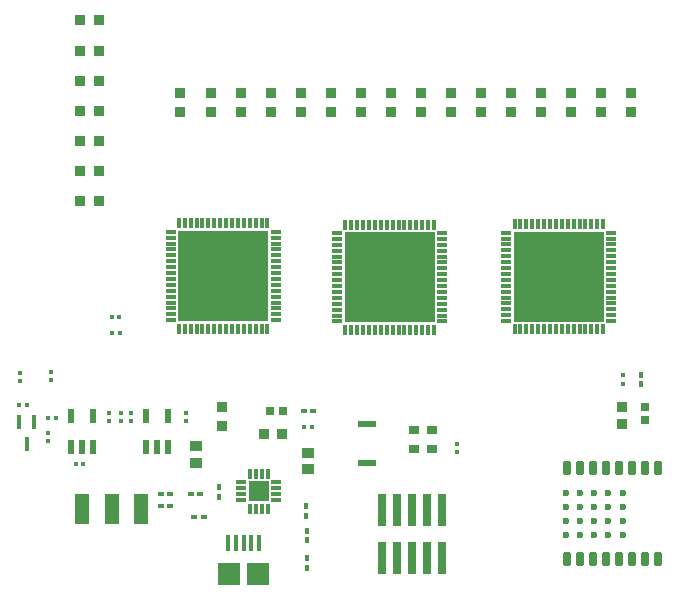
<source format=gbr>
G04 EAGLE Gerber RS-274X export*
G75*
%MOMM*%
%FSLAX34Y34*%
%LPD*%
%INSolderpaste Top*%
%IPPOS*%
%AMOC8*
5,1,8,0,0,1.08239X$1,22.5*%
G01*
%ADD10R,0.420000X0.460000*%
%ADD11R,0.460000X0.420000*%
%ADD12R,1.020000X0.870000*%
%ADD13R,0.300000X0.850000*%
%ADD14R,0.850000X0.300000*%
%ADD15R,7.700000X7.700000*%
%ADD16R,0.740000X2.795000*%
%ADD17R,0.700000X0.700000*%
%ADD18R,0.950000X0.950000*%
%ADD19R,0.950000X0.900000*%
%ADD20R,0.900000X0.950000*%
%ADD21R,0.400000X0.625000*%
%ADD22R,0.420000X0.440000*%
%ADD23R,1.500000X0.550000*%
%ADD24C,0.345000*%
%ADD25C,0.600000*%
%ADD26R,0.558800X1.270000*%
%ADD27R,0.812800X0.304800*%
%ADD28R,0.304800X0.812800*%
%ADD29R,1.701800X1.701800*%
%ADD30R,0.440000X0.420000*%
%ADD31R,0.625000X0.400000*%
%ADD32R,1.200000X2.500000*%
%ADD33R,0.400000X1.350000*%
%ADD34R,1.900000X1.900000*%
%ADD35R,0.850000X0.650000*%
%ADD36R,0.400000X1.200000*%


D10*
X-201930Y132336D03*
X-201930Y138936D03*
D11*
X-518416Y122174D03*
X-525016Y122174D03*
D10*
X-478028Y159006D03*
X-478028Y165606D03*
D12*
X-328422Y131768D03*
X-328422Y118168D03*
X-423418Y137102D03*
X-423418Y123502D03*
D10*
X-496316Y165606D03*
X-496316Y159006D03*
D11*
X-541784Y161036D03*
X-548384Y161036D03*
D13*
X-437550Y236932D03*
X-432550Y236932D03*
X-427550Y236932D03*
X-422550Y236932D03*
X-417550Y236932D03*
X-412550Y236932D03*
X-407550Y236932D03*
X-402550Y236932D03*
X-397550Y236932D03*
X-392550Y236932D03*
X-387550Y236932D03*
X-382550Y236932D03*
X-377550Y236932D03*
X-372550Y236932D03*
X-367550Y236932D03*
X-362550Y236932D03*
D14*
X-355550Y243932D03*
X-355550Y248932D03*
X-355550Y253932D03*
X-355550Y258932D03*
X-355550Y263932D03*
X-355550Y268932D03*
X-355550Y273932D03*
X-355550Y278932D03*
X-355550Y283932D03*
X-355550Y288932D03*
X-355550Y293932D03*
X-355550Y298932D03*
X-355550Y303932D03*
X-355550Y308932D03*
X-355550Y313932D03*
X-355550Y318932D03*
D13*
X-362550Y325932D03*
X-367550Y325932D03*
X-372550Y325932D03*
X-377550Y325932D03*
X-382550Y325932D03*
X-387550Y325932D03*
X-392550Y325932D03*
X-397550Y325932D03*
X-402550Y325932D03*
X-407550Y325932D03*
X-412550Y325932D03*
X-417550Y325932D03*
X-422550Y325932D03*
X-427550Y325932D03*
X-432550Y325932D03*
X-437550Y325932D03*
D14*
X-444550Y318932D03*
X-444550Y313932D03*
X-444550Y308932D03*
X-444550Y303932D03*
X-444550Y298932D03*
X-444550Y293932D03*
X-444550Y288932D03*
X-444550Y283932D03*
X-444550Y278932D03*
X-444550Y273932D03*
X-444550Y268932D03*
X-444550Y263932D03*
X-444550Y258932D03*
X-444550Y253932D03*
X-444550Y248932D03*
X-444550Y243932D03*
D15*
X-400050Y281432D03*
D13*
X-153324Y236170D03*
X-148324Y236170D03*
X-143324Y236170D03*
X-138324Y236170D03*
X-133324Y236170D03*
X-128324Y236170D03*
X-123324Y236170D03*
X-118324Y236170D03*
X-113324Y236170D03*
X-108324Y236170D03*
X-103324Y236170D03*
X-98324Y236170D03*
X-93324Y236170D03*
X-88324Y236170D03*
X-83324Y236170D03*
X-78324Y236170D03*
D14*
X-71324Y243170D03*
X-71324Y248170D03*
X-71324Y253170D03*
X-71324Y258170D03*
X-71324Y263170D03*
X-71324Y268170D03*
X-71324Y273170D03*
X-71324Y278170D03*
X-71324Y283170D03*
X-71324Y288170D03*
X-71324Y293170D03*
X-71324Y298170D03*
X-71324Y303170D03*
X-71324Y308170D03*
X-71324Y313170D03*
X-71324Y318170D03*
D13*
X-78324Y325170D03*
X-83324Y325170D03*
X-88324Y325170D03*
X-93324Y325170D03*
X-98324Y325170D03*
X-103324Y325170D03*
X-108324Y325170D03*
X-113324Y325170D03*
X-118324Y325170D03*
X-123324Y325170D03*
X-128324Y325170D03*
X-133324Y325170D03*
X-138324Y325170D03*
X-143324Y325170D03*
X-148324Y325170D03*
X-153324Y325170D03*
D14*
X-160324Y318170D03*
X-160324Y313170D03*
X-160324Y308170D03*
X-160324Y303170D03*
X-160324Y298170D03*
X-160324Y293170D03*
X-160324Y288170D03*
X-160324Y283170D03*
X-160324Y278170D03*
X-160324Y273170D03*
X-160324Y268170D03*
X-160324Y263170D03*
X-160324Y258170D03*
X-160324Y253170D03*
X-160324Y248170D03*
X-160324Y243170D03*
D15*
X-115824Y280670D03*
D13*
X-296580Y235916D03*
X-291580Y235916D03*
X-286580Y235916D03*
X-281580Y235916D03*
X-276580Y235916D03*
X-271580Y235916D03*
X-266580Y235916D03*
X-261580Y235916D03*
X-256580Y235916D03*
X-251580Y235916D03*
X-246580Y235916D03*
X-241580Y235916D03*
X-236580Y235916D03*
X-231580Y235916D03*
X-226580Y235916D03*
X-221580Y235916D03*
D14*
X-214580Y242916D03*
X-214580Y247916D03*
X-214580Y252916D03*
X-214580Y257916D03*
X-214580Y262916D03*
X-214580Y267916D03*
X-214580Y272916D03*
X-214580Y277916D03*
X-214580Y282916D03*
X-214580Y287916D03*
X-214580Y292916D03*
X-214580Y297916D03*
X-214580Y302916D03*
X-214580Y307916D03*
X-214580Y312916D03*
X-214580Y317916D03*
D13*
X-221580Y324916D03*
X-226580Y324916D03*
X-231580Y324916D03*
X-236580Y324916D03*
X-241580Y324916D03*
X-246580Y324916D03*
X-251580Y324916D03*
X-256580Y324916D03*
X-261580Y324916D03*
X-266580Y324916D03*
X-271580Y324916D03*
X-276580Y324916D03*
X-281580Y324916D03*
X-286580Y324916D03*
X-291580Y324916D03*
X-296580Y324916D03*
D14*
X-303580Y317916D03*
X-303580Y312916D03*
X-303580Y307916D03*
X-303580Y302916D03*
X-303580Y297916D03*
X-303580Y292916D03*
X-303580Y287916D03*
X-303580Y282916D03*
X-303580Y277916D03*
X-303580Y272916D03*
X-303580Y267916D03*
X-303580Y262916D03*
X-303580Y257916D03*
X-303580Y252916D03*
X-303580Y247916D03*
X-303580Y242916D03*
D15*
X-259080Y280416D03*
D16*
X-214376Y83063D03*
X-214376Y42413D03*
X-227076Y83063D03*
X-227076Y42413D03*
X-239776Y83063D03*
X-239776Y42413D03*
X-252476Y83063D03*
X-252476Y42413D03*
X-265176Y83063D03*
X-265176Y42413D03*
D17*
X-42672Y159092D03*
X-42672Y170092D03*
D18*
X-61976Y155822D03*
X-61976Y170822D03*
D19*
X-54610Y436498D03*
X-54610Y420498D03*
X-80010Y436498D03*
X-80010Y420498D03*
X-105410Y436498D03*
X-105410Y420498D03*
X-130810Y436498D03*
X-130810Y420498D03*
X-156210Y436498D03*
X-156210Y420498D03*
X-181610Y436498D03*
X-181610Y420498D03*
X-207010Y436498D03*
X-207010Y420498D03*
X-232410Y436498D03*
X-232410Y420498D03*
X-257810Y436498D03*
X-257810Y420498D03*
X-283210Y436498D03*
X-283210Y420498D03*
X-308610Y436498D03*
X-308610Y420498D03*
X-334010Y436498D03*
X-334010Y420498D03*
X-359410Y436498D03*
X-359410Y420498D03*
X-384810Y436498D03*
X-384810Y420498D03*
X-410210Y436498D03*
X-410210Y420498D03*
X-436626Y436498D03*
X-436626Y420498D03*
D20*
X-521334Y498094D03*
X-505334Y498094D03*
X-521334Y471678D03*
X-505334Y471678D03*
X-521334Y446278D03*
X-505334Y446278D03*
X-521334Y420878D03*
X-505334Y420878D03*
X-521334Y395478D03*
X-505334Y395478D03*
X-521334Y370078D03*
X-505334Y370078D03*
X-521334Y344678D03*
X-505334Y344678D03*
D21*
X-328930Y42474D03*
X-328930Y34234D03*
X-329184Y65842D03*
X-329184Y57602D03*
D22*
X-61722Y190402D03*
X-61722Y197202D03*
D21*
X-46228Y189682D03*
X-46228Y197922D03*
D23*
X-278130Y155950D03*
X-278130Y123450D03*
D24*
X-30215Y122689D02*
X-30215Y114239D01*
X-33665Y114239D01*
X-33665Y122689D01*
X-30215Y122689D01*
X-30215Y117516D02*
X-33665Y117516D01*
X-33665Y120793D02*
X-30215Y120793D01*
X-44665Y122689D02*
X-44665Y114239D01*
X-44665Y122689D02*
X-41215Y122689D01*
X-41215Y114239D01*
X-44665Y114239D01*
X-44665Y117516D02*
X-41215Y117516D01*
X-41215Y120793D02*
X-44665Y120793D01*
X-55665Y122689D02*
X-55665Y114239D01*
X-55665Y122689D02*
X-52215Y122689D01*
X-52215Y114239D01*
X-55665Y114239D01*
X-55665Y117516D02*
X-52215Y117516D01*
X-52215Y120793D02*
X-55665Y120793D01*
X-66665Y122689D02*
X-66665Y114239D01*
X-66665Y122689D02*
X-63215Y122689D01*
X-63215Y114239D01*
X-66665Y114239D01*
X-66665Y117516D02*
X-63215Y117516D01*
X-63215Y120793D02*
X-66665Y120793D01*
X-77665Y122689D02*
X-77665Y114239D01*
X-77665Y122689D02*
X-74215Y122689D01*
X-74215Y114239D01*
X-77665Y114239D01*
X-77665Y117516D02*
X-74215Y117516D01*
X-74215Y120793D02*
X-77665Y120793D01*
X-88665Y122689D02*
X-88665Y114239D01*
X-88665Y122689D02*
X-85215Y122689D01*
X-85215Y114239D01*
X-88665Y114239D01*
X-88665Y117516D02*
X-85215Y117516D01*
X-85215Y120793D02*
X-88665Y120793D01*
X-99665Y122689D02*
X-99665Y114239D01*
X-99665Y122689D02*
X-96215Y122689D01*
X-96215Y114239D01*
X-99665Y114239D01*
X-99665Y117516D02*
X-96215Y117516D01*
X-96215Y120793D02*
X-99665Y120793D01*
X-110665Y122689D02*
X-110665Y114239D01*
X-110665Y122689D02*
X-107215Y122689D01*
X-107215Y114239D01*
X-110665Y114239D01*
X-110665Y117516D02*
X-107215Y117516D01*
X-107215Y120793D02*
X-110665Y120793D01*
X-110665Y46289D02*
X-110665Y37839D01*
X-110665Y46289D02*
X-107215Y46289D01*
X-107215Y37839D01*
X-110665Y37839D01*
X-110665Y41116D02*
X-107215Y41116D01*
X-107215Y44393D02*
X-110665Y44393D01*
X-99665Y46289D02*
X-99665Y37839D01*
X-99665Y46289D02*
X-96215Y46289D01*
X-96215Y37839D01*
X-99665Y37839D01*
X-99665Y41116D02*
X-96215Y41116D01*
X-96215Y44393D02*
X-99665Y44393D01*
X-88665Y46289D02*
X-88665Y37839D01*
X-88665Y46289D02*
X-85215Y46289D01*
X-85215Y37839D01*
X-88665Y37839D01*
X-88665Y41116D02*
X-85215Y41116D01*
X-85215Y44393D02*
X-88665Y44393D01*
X-77665Y46289D02*
X-77665Y37839D01*
X-77665Y46289D02*
X-74215Y46289D01*
X-74215Y37839D01*
X-77665Y37839D01*
X-77665Y41116D02*
X-74215Y41116D01*
X-74215Y44393D02*
X-77665Y44393D01*
X-66665Y46289D02*
X-66665Y37839D01*
X-66665Y46289D02*
X-63215Y46289D01*
X-63215Y37839D01*
X-66665Y37839D01*
X-66665Y41116D02*
X-63215Y41116D01*
X-63215Y44393D02*
X-66665Y44393D01*
X-55665Y46289D02*
X-55665Y37839D01*
X-55665Y46289D02*
X-52215Y46289D01*
X-52215Y37839D01*
X-55665Y37839D01*
X-55665Y41116D02*
X-52215Y41116D01*
X-52215Y44393D02*
X-55665Y44393D01*
X-44665Y46289D02*
X-44665Y37839D01*
X-44665Y46289D02*
X-41215Y46289D01*
X-41215Y37839D01*
X-44665Y37839D01*
X-44665Y41116D02*
X-41215Y41116D01*
X-41215Y44393D02*
X-44665Y44393D01*
X-33665Y46289D02*
X-33665Y37839D01*
X-33665Y46289D02*
X-30215Y46289D01*
X-30215Y37839D01*
X-33665Y37839D01*
X-33665Y41116D02*
X-30215Y41116D01*
X-30215Y44393D02*
X-33665Y44393D01*
D25*
X-109930Y97764D03*
X-109930Y85764D03*
X-109930Y73764D03*
X-109930Y61764D03*
X-97930Y97764D03*
X-97930Y85764D03*
X-97930Y73764D03*
X-97930Y61764D03*
X-85930Y97764D03*
X-85930Y85764D03*
X-85930Y73764D03*
X-85930Y61764D03*
X-73930Y97764D03*
X-73930Y85764D03*
X-73930Y73764D03*
X-73930Y61764D03*
X-61930Y97764D03*
X-61930Y85764D03*
X-61930Y73764D03*
X-61930Y61764D03*
D26*
X-528828Y136652D03*
X-519430Y136652D03*
X-510032Y136652D03*
X-510032Y162560D03*
X-528828Y162560D03*
D27*
X-355346Y91440D03*
X-355346Y96520D03*
X-355346Y101600D03*
X-355346Y106680D03*
D28*
X-362458Y113792D03*
X-367538Y113792D03*
X-372618Y113792D03*
X-377698Y113792D03*
D27*
X-384810Y106680D03*
X-384810Y101600D03*
X-384810Y96520D03*
X-384810Y91440D03*
D28*
X-377698Y84328D03*
X-372618Y84328D03*
X-367538Y84328D03*
X-362458Y84328D03*
D29*
X-370078Y99060D03*
D17*
X-360592Y166878D03*
X-349592Y166878D03*
D18*
X-365640Y147828D03*
X-350640Y147828D03*
D30*
X-331314Y153924D03*
X-324514Y153924D03*
D31*
X-332034Y167132D03*
X-323794Y167132D03*
D32*
X-519284Y84422D03*
X-494284Y84422D03*
X-469284Y84422D03*
D33*
X-369778Y55452D03*
D34*
X-394778Y28702D03*
X-370778Y28702D03*
D33*
X-395778Y55452D03*
X-389278Y55452D03*
X-382778Y55452D03*
X-376278Y55452D03*
D35*
X-238890Y151252D03*
X-238890Y134752D03*
X-223390Y134752D03*
X-223390Y151252D03*
D26*
X-465582Y136652D03*
X-456184Y136652D03*
X-446786Y136652D03*
X-446786Y162560D03*
X-465582Y162560D03*
D10*
X-431292Y158752D03*
X-431292Y165352D03*
X-486918Y159006D03*
X-486918Y165606D03*
D31*
X-444698Y86614D03*
X-452938Y86614D03*
D21*
X-403860Y102672D03*
X-403860Y94432D03*
X-329946Y86670D03*
X-329946Y78430D03*
D31*
X-427538Y97028D03*
X-419298Y97028D03*
X-452938Y97028D03*
X-444698Y97028D03*
X-424490Y77216D03*
X-416250Y77216D03*
D19*
X-401066Y170560D03*
X-401066Y154560D03*
D36*
X-559920Y157836D03*
X-572920Y157836D03*
X-566420Y138836D03*
D22*
X-572008Y199234D03*
X-572008Y192434D03*
D11*
X-566422Y172466D03*
X-573022Y172466D03*
D10*
X-548640Y141734D03*
X-548640Y148334D03*
D22*
X-545846Y193704D03*
X-545846Y200504D03*
D30*
X-494382Y233426D03*
X-487582Y233426D03*
D11*
X-487936Y246380D03*
X-494536Y246380D03*
M02*

</source>
